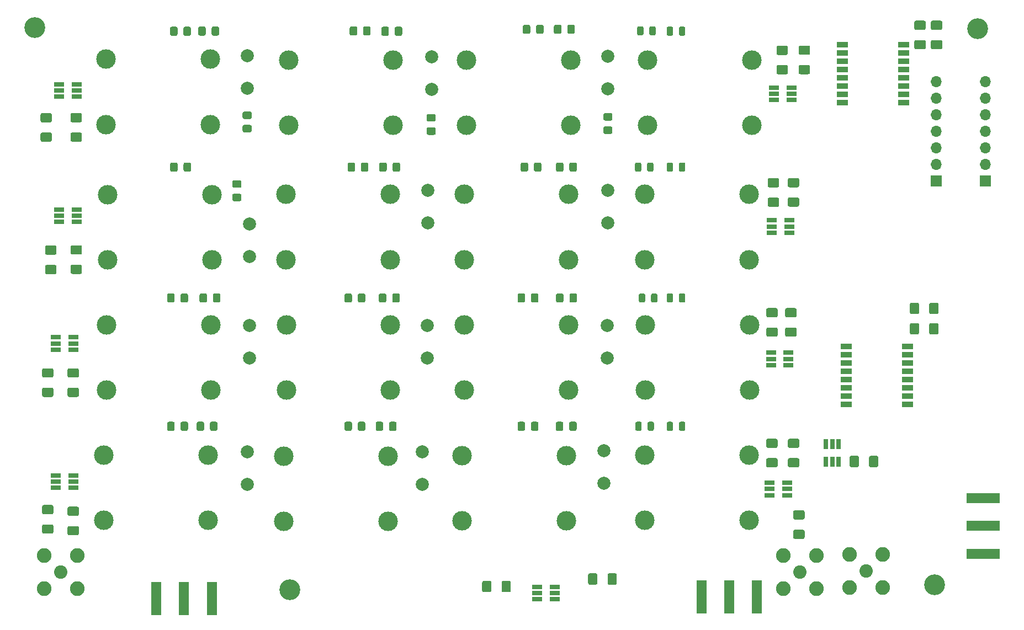
<source format=gbr>
G04 #@! TF.GenerationSoftware,KiCad,Pcbnew,(5.1.10)-1*
G04 #@! TF.CreationDate,2021-09-09T12:48:54+02:00*
G04 #@! TF.ProjectId,bandfilter,62616e64-6669-46c7-9465-722e6b696361,rev?*
G04 #@! TF.SameCoordinates,Original*
G04 #@! TF.FileFunction,Soldermask,Top*
G04 #@! TF.FilePolarity,Negative*
%FSLAX46Y46*%
G04 Gerber Fmt 4.6, Leading zero omitted, Abs format (unit mm)*
G04 Created by KiCad (PCBNEW (5.1.10)-1) date 2021-09-09 12:48:54*
%MOMM*%
%LPD*%
G01*
G04 APERTURE LIST*
%ADD10R,1.560000X0.650000*%
%ADD11R,1.700000X0.900000*%
%ADD12C,2.000000*%
%ADD13C,3.200000*%
%ADD14C,3.000000*%
%ADD15O,1.700000X1.700000*%
%ADD16R,1.700000X1.700000*%
%ADD17C,2.050000*%
%ADD18C,2.250000*%
%ADD19R,0.650000X1.560000*%
%ADD20R,1.500000X5.080000*%
%ADD21R,5.080000X1.500000*%
G04 APERTURE END LIST*
G36*
G01*
X148095000Y-109210000D02*
X148095000Y-107960000D01*
G75*
G02*
X148345000Y-107710000I250000J0D01*
G01*
X149270000Y-107710000D01*
G75*
G02*
X149520000Y-107960000I0J-250000D01*
G01*
X149520000Y-109210000D01*
G75*
G02*
X149270000Y-109460000I-250000J0D01*
G01*
X148345000Y-109460000D01*
G75*
G02*
X148095000Y-109210000I0J250000D01*
G01*
G37*
G36*
G01*
X145120000Y-109210000D02*
X145120000Y-107960000D01*
G75*
G02*
X145370000Y-107710000I250000J0D01*
G01*
X146295000Y-107710000D01*
G75*
G02*
X146545000Y-107960000I0J-250000D01*
G01*
X146545000Y-109210000D01*
G75*
G02*
X146295000Y-109460000I-250000J0D01*
G01*
X145370000Y-109460000D01*
G75*
G02*
X145120000Y-109210000I0J250000D01*
G01*
G37*
G36*
G01*
X130289000Y-109103000D02*
X130289000Y-110353000D01*
G75*
G02*
X130039000Y-110603000I-250000J0D01*
G01*
X129114000Y-110603000D01*
G75*
G02*
X128864000Y-110353000I0J250000D01*
G01*
X128864000Y-109103000D01*
G75*
G02*
X129114000Y-108853000I250000J0D01*
G01*
X130039000Y-108853000D01*
G75*
G02*
X130289000Y-109103000I0J-250000D01*
G01*
G37*
G36*
G01*
X133264000Y-109103000D02*
X133264000Y-110353000D01*
G75*
G02*
X133014000Y-110603000I-250000J0D01*
G01*
X132089000Y-110603000D01*
G75*
G02*
X131839000Y-110353000I0J250000D01*
G01*
X131839000Y-109103000D01*
G75*
G02*
X132089000Y-108853000I250000J0D01*
G01*
X133014000Y-108853000D01*
G75*
G02*
X133264000Y-109103000I0J-250000D01*
G01*
G37*
D10*
X140034000Y-110744000D03*
X140034000Y-109794000D03*
X140034000Y-111694000D03*
X137334000Y-111694000D03*
X137334000Y-110744000D03*
X137334000Y-109794000D03*
G36*
G01*
X195399500Y-25857500D02*
X196649500Y-25857500D01*
G75*
G02*
X196899500Y-26107500I0J-250000D01*
G01*
X196899500Y-27032500D01*
G75*
G02*
X196649500Y-27282500I-250000J0D01*
G01*
X195399500Y-27282500D01*
G75*
G02*
X195149500Y-27032500I0J250000D01*
G01*
X195149500Y-26107500D01*
G75*
G02*
X195399500Y-25857500I250000J0D01*
G01*
G37*
G36*
G01*
X195399500Y-22882500D02*
X196649500Y-22882500D01*
G75*
G02*
X196899500Y-23132500I0J-250000D01*
G01*
X196899500Y-24057500D01*
G75*
G02*
X196649500Y-24307500I-250000J0D01*
G01*
X195399500Y-24307500D01*
G75*
G02*
X195149500Y-24057500I0J250000D01*
G01*
X195149500Y-23132500D01*
G75*
G02*
X195399500Y-22882500I250000J0D01*
G01*
G37*
G36*
G01*
X195884500Y-69542500D02*
X195884500Y-70792500D01*
G75*
G02*
X195634500Y-71042500I-250000J0D01*
G01*
X194709500Y-71042500D01*
G75*
G02*
X194459500Y-70792500I0J250000D01*
G01*
X194459500Y-69542500D01*
G75*
G02*
X194709500Y-69292500I250000J0D01*
G01*
X195634500Y-69292500D01*
G75*
G02*
X195884500Y-69542500I0J-250000D01*
G01*
G37*
G36*
G01*
X198859500Y-69542500D02*
X198859500Y-70792500D01*
G75*
G02*
X198609500Y-71042500I-250000J0D01*
G01*
X197684500Y-71042500D01*
G75*
G02*
X197434500Y-70792500I0J250000D01*
G01*
X197434500Y-69542500D01*
G75*
G02*
X197684500Y-69292500I250000J0D01*
G01*
X198609500Y-69292500D01*
G75*
G02*
X198859500Y-69542500I0J-250000D01*
G01*
G37*
D11*
X184720500Y-72893000D03*
X184720500Y-74173000D03*
X184720500Y-75433000D03*
X184720500Y-76703000D03*
X184720500Y-77983000D03*
X184720500Y-79253000D03*
X184720500Y-80513000D03*
X184720500Y-81793000D03*
X194120500Y-81793000D03*
X194120500Y-80513000D03*
X194120500Y-79253000D03*
X194120500Y-77983000D03*
X194120500Y-76703000D03*
X194120500Y-75433000D03*
X194120500Y-74173000D03*
X194120500Y-72893000D03*
X184085500Y-26601500D03*
X184085500Y-27881500D03*
X184085500Y-29141500D03*
X184085500Y-30411500D03*
X184085500Y-31691500D03*
X184085500Y-32961500D03*
X184085500Y-34221500D03*
X184085500Y-35501500D03*
X193485500Y-35501500D03*
X193485500Y-34221500D03*
X193485500Y-32961500D03*
X193485500Y-31691500D03*
X193485500Y-30411500D03*
X193485500Y-29141500D03*
X193485500Y-27881500D03*
X193485500Y-26601500D03*
D12*
X93157040Y-54052460D03*
X93157040Y-59052460D03*
G36*
G01*
X90799499Y-49438980D02*
X91699501Y-49438980D01*
G75*
G02*
X91949500Y-49688979I0J-249999D01*
G01*
X91949500Y-50338981D01*
G75*
G02*
X91699501Y-50588980I-249999J0D01*
G01*
X90799499Y-50588980D01*
G75*
G02*
X90549500Y-50338981I0J249999D01*
G01*
X90549500Y-49688979D01*
G75*
G02*
X90799499Y-49438980I249999J0D01*
G01*
G37*
G36*
G01*
X90799499Y-47388980D02*
X91699501Y-47388980D01*
G75*
G02*
X91949500Y-47638979I0J-249999D01*
G01*
X91949500Y-48288981D01*
G75*
G02*
X91699501Y-48538980I-249999J0D01*
G01*
X90799499Y-48538980D01*
G75*
G02*
X90549500Y-48288981I0J249999D01*
G01*
X90549500Y-47638979D01*
G75*
G02*
X90799499Y-47388980I249999J0D01*
G01*
G37*
D13*
X99367340Y-110236000D03*
X60256420Y-23911560D03*
X204868780Y-24142700D03*
X198269860Y-109440980D03*
G36*
G01*
X188201600Y-91168380D02*
X188201600Y-89918380D01*
G75*
G02*
X188451600Y-89668380I250000J0D01*
G01*
X189376600Y-89668380D01*
G75*
G02*
X189626600Y-89918380I0J-250000D01*
G01*
X189626600Y-91168380D01*
G75*
G02*
X189376600Y-91418380I-250000J0D01*
G01*
X188451600Y-91418380D01*
G75*
G02*
X188201600Y-91168380I0J250000D01*
G01*
G37*
G36*
G01*
X185226600Y-91168380D02*
X185226600Y-89918380D01*
G75*
G02*
X185476600Y-89668380I250000J0D01*
G01*
X186401600Y-89668380D01*
G75*
G02*
X186651600Y-89918380I0J-250000D01*
G01*
X186651600Y-91168380D01*
G75*
G02*
X186401600Y-91418380I-250000J0D01*
G01*
X185476600Y-91418380D01*
G75*
G02*
X185226600Y-91168380I0J250000D01*
G01*
G37*
D14*
X70830440Y-99588320D03*
X86830440Y-99588320D03*
X70830440Y-89588320D03*
X86830440Y-89588320D03*
X98475800Y-99753440D03*
X114475800Y-99753440D03*
X98475800Y-89753440D03*
X114475800Y-89753440D03*
D15*
X206019400Y-32232600D03*
X206019400Y-34772600D03*
X206019400Y-37312600D03*
X206019400Y-39852600D03*
X206019400Y-42392600D03*
X206019400Y-44932600D03*
D16*
X206019400Y-47472600D03*
G36*
G01*
X197939500Y-25857500D02*
X199189500Y-25857500D01*
G75*
G02*
X199439500Y-26107500I0J-250000D01*
G01*
X199439500Y-27032500D01*
G75*
G02*
X199189500Y-27282500I-250000J0D01*
G01*
X197939500Y-27282500D01*
G75*
G02*
X197689500Y-27032500I0J250000D01*
G01*
X197689500Y-26107500D01*
G75*
G02*
X197939500Y-25857500I250000J0D01*
G01*
G37*
G36*
G01*
X197939500Y-22882500D02*
X199189500Y-22882500D01*
G75*
G02*
X199439500Y-23132500I0J-250000D01*
G01*
X199439500Y-24057500D01*
G75*
G02*
X199189500Y-24307500I-250000J0D01*
G01*
X197939500Y-24307500D01*
G75*
G02*
X197689500Y-24057500I0J250000D01*
G01*
X197689500Y-23132500D01*
G75*
G02*
X197939500Y-22882500I250000J0D01*
G01*
G37*
D10*
X176320440Y-35052040D03*
X176320440Y-34102040D03*
X176320440Y-33152040D03*
X173620440Y-33152040D03*
X173620440Y-35052040D03*
X173620440Y-34102040D03*
D16*
X198511160Y-47467520D03*
D15*
X198511160Y-44927520D03*
X198511160Y-42387520D03*
X198511160Y-39847520D03*
X198511160Y-37307520D03*
X198511160Y-34767520D03*
X198511160Y-32227520D03*
D14*
X115161600Y-28904140D03*
X99161600Y-28904140D03*
X115161600Y-38904140D03*
X99161600Y-38904140D03*
X126483840Y-38904140D03*
X142483840Y-38904140D03*
X126483840Y-28904140D03*
X142483840Y-28904140D03*
D12*
X92826840Y-33268920D03*
X92826840Y-28268920D03*
X121097040Y-33421320D03*
X121097040Y-28421320D03*
X148153120Y-33350200D03*
X148153120Y-28350200D03*
X120573800Y-53888640D03*
X120573800Y-48888640D03*
X148127720Y-48898800D03*
X148127720Y-53898800D03*
X93157040Y-74660760D03*
X93157040Y-69660760D03*
X120467120Y-69655680D03*
X120467120Y-74655680D03*
X148041360Y-69691240D03*
X148041360Y-74691240D03*
D14*
X98775520Y-59555240D03*
X114775520Y-59555240D03*
X98775520Y-49555240D03*
X114775520Y-49555240D03*
X142097760Y-49555240D03*
X126097760Y-49555240D03*
X142097760Y-59555240D03*
X126097760Y-59555240D03*
X114816160Y-69542640D03*
X98816160Y-69542640D03*
X114816160Y-79542640D03*
X98816160Y-79542640D03*
X126138400Y-79542640D03*
X142138400Y-79542640D03*
X126138400Y-69542640D03*
X142138400Y-69542640D03*
X87180960Y-28816280D03*
X71180960Y-28816280D03*
X87180960Y-38816280D03*
X71180960Y-38816280D03*
X154220640Y-38904140D03*
X170220640Y-38904140D03*
X154220640Y-28904140D03*
X170220640Y-28904140D03*
X87394320Y-49568080D03*
X71394320Y-49568080D03*
X87394320Y-59568080D03*
X71394320Y-59568080D03*
X169834560Y-49555240D03*
X153834560Y-49555240D03*
X169834560Y-59555240D03*
X153834560Y-59555240D03*
X87221600Y-69542640D03*
X71221600Y-69542640D03*
X87221600Y-79542640D03*
X71221600Y-79542640D03*
X169875200Y-69542640D03*
X153875200Y-69542640D03*
X169875200Y-79542640D03*
X153875200Y-79542640D03*
D12*
X92862400Y-89088320D03*
X92862400Y-94088320D03*
X119644160Y-94088320D03*
X119644160Y-89088320D03*
X147558760Y-88900000D03*
X147558760Y-93900000D03*
D17*
X64190880Y-107482640D03*
D18*
X66730880Y-110022640D03*
X66730880Y-104942640D03*
X61650880Y-104942640D03*
X61650880Y-110022640D03*
D17*
X187761880Y-107320080D03*
D18*
X190301880Y-109860080D03*
X190301880Y-104780080D03*
X185221880Y-104780080D03*
X185221880Y-109860080D03*
X175061880Y-110022640D03*
X175061880Y-104942640D03*
X180141880Y-104942640D03*
X180141880Y-110022640D03*
D17*
X177601880Y-107482640D03*
D14*
X141798040Y-89611200D03*
X125798040Y-89611200D03*
X141798040Y-99611200D03*
X125798040Y-99611200D03*
X153799000Y-99529920D03*
X169799000Y-99529920D03*
X153799000Y-89529920D03*
X169799000Y-89529920D03*
D10*
X63963560Y-32628800D03*
X63963560Y-33578800D03*
X63963560Y-34528800D03*
X66663560Y-34528800D03*
X66663560Y-32628800D03*
X66663560Y-33578800D03*
X63963560Y-51846440D03*
X63963560Y-52796440D03*
X63963560Y-53746440D03*
X66663560Y-53746440D03*
X66663560Y-51846440D03*
X66663560Y-52796440D03*
X66196200Y-72430640D03*
X66196200Y-71480640D03*
X66196200Y-73380640D03*
X63496200Y-73380640D03*
X63496200Y-72430640D03*
X63496200Y-71480640D03*
X63496200Y-92659160D03*
X63496200Y-93609160D03*
X63496200Y-94559160D03*
X66196200Y-94559160D03*
X66196200Y-92659160D03*
X66196200Y-93609160D03*
X173290240Y-54477920D03*
X173290240Y-55427920D03*
X173290240Y-53527920D03*
X175990240Y-53527920D03*
X175990240Y-54477920D03*
X175990240Y-55427920D03*
X173153080Y-74797920D03*
X173153080Y-75747920D03*
X173153080Y-73847920D03*
X175853080Y-73847920D03*
X175853080Y-74797920D03*
X175853080Y-75747920D03*
X172975280Y-94762320D03*
X172975280Y-95712320D03*
X172975280Y-93812320D03*
X175675280Y-93812320D03*
X175675280Y-94762320D03*
X175675280Y-95712320D03*
D19*
X181615040Y-90539560D03*
X182565040Y-90539560D03*
X183515040Y-90539560D03*
X183515040Y-87839560D03*
X181615040Y-87839560D03*
X182565040Y-87839560D03*
G36*
G01*
X80995720Y-24955921D02*
X80995720Y-24055919D01*
G75*
G02*
X81245719Y-23805920I249999J0D01*
G01*
X81895721Y-23805920D01*
G75*
G02*
X82145720Y-24055919I0J-249999D01*
G01*
X82145720Y-24955921D01*
G75*
G02*
X81895721Y-25205920I-249999J0D01*
G01*
X81245719Y-25205920D01*
G75*
G02*
X80995720Y-24955921I0J249999D01*
G01*
G37*
G36*
G01*
X83045720Y-24955921D02*
X83045720Y-24055919D01*
G75*
G02*
X83295719Y-23805920I249999J0D01*
G01*
X83945721Y-23805920D01*
G75*
G02*
X84195720Y-24055919I0J-249999D01*
G01*
X84195720Y-24955921D01*
G75*
G02*
X83945721Y-25205920I-249999J0D01*
G01*
X83295719Y-25205920D01*
G75*
G02*
X83045720Y-24955921I0J249999D01*
G01*
G37*
G36*
G01*
X81016040Y-45814401D02*
X81016040Y-44914399D01*
G75*
G02*
X81266039Y-44664400I249999J0D01*
G01*
X81916041Y-44664400D01*
G75*
G02*
X82166040Y-44914399I0J-249999D01*
G01*
X82166040Y-45814401D01*
G75*
G02*
X81916041Y-46064400I-249999J0D01*
G01*
X81266039Y-46064400D01*
G75*
G02*
X81016040Y-45814401I0J249999D01*
G01*
G37*
G36*
G01*
X83066040Y-45814401D02*
X83066040Y-44914399D01*
G75*
G02*
X83316039Y-44664400I249999J0D01*
G01*
X83966041Y-44664400D01*
G75*
G02*
X84216040Y-44914399I0J-249999D01*
G01*
X84216040Y-45814401D01*
G75*
G02*
X83966041Y-46064400I-249999J0D01*
G01*
X83316039Y-46064400D01*
G75*
G02*
X83066040Y-45814401I0J249999D01*
G01*
G37*
G36*
G01*
X80548680Y-65900721D02*
X80548680Y-65000719D01*
G75*
G02*
X80798679Y-64750720I249999J0D01*
G01*
X81448681Y-64750720D01*
G75*
G02*
X81698680Y-65000719I0J-249999D01*
G01*
X81698680Y-65900721D01*
G75*
G02*
X81448681Y-66150720I-249999J0D01*
G01*
X80798679Y-66150720D01*
G75*
G02*
X80548680Y-65900721I0J249999D01*
G01*
G37*
G36*
G01*
X82598680Y-65900721D02*
X82598680Y-65000719D01*
G75*
G02*
X82848679Y-64750720I249999J0D01*
G01*
X83498681Y-64750720D01*
G75*
G02*
X83748680Y-65000719I0J-249999D01*
G01*
X83748680Y-65900721D01*
G75*
G02*
X83498681Y-66150720I-249999J0D01*
G01*
X82848679Y-66150720D01*
G75*
G02*
X82598680Y-65900721I0J249999D01*
G01*
G37*
G36*
G01*
X86219880Y-84690799D02*
X86219880Y-85590801D01*
G75*
G02*
X85969881Y-85840800I-249999J0D01*
G01*
X85319879Y-85840800D01*
G75*
G02*
X85069880Y-85590801I0J249999D01*
G01*
X85069880Y-84690799D01*
G75*
G02*
X85319879Y-84440800I249999J0D01*
G01*
X85969881Y-84440800D01*
G75*
G02*
X86219880Y-84690799I0J-249999D01*
G01*
G37*
G36*
G01*
X88269880Y-84690799D02*
X88269880Y-85590801D01*
G75*
G02*
X88019881Y-85840800I-249999J0D01*
G01*
X87369879Y-85840800D01*
G75*
G02*
X87119880Y-85590801I0J249999D01*
G01*
X87119880Y-84690799D01*
G75*
G02*
X87369879Y-84440800I249999J0D01*
G01*
X88019881Y-84440800D01*
G75*
G02*
X88269880Y-84690799I0J-249999D01*
G01*
G37*
G36*
G01*
X86473880Y-24040679D02*
X86473880Y-24940681D01*
G75*
G02*
X86223881Y-25190680I-249999J0D01*
G01*
X85573879Y-25190680D01*
G75*
G02*
X85323880Y-24940681I0J249999D01*
G01*
X85323880Y-24040679D01*
G75*
G02*
X85573879Y-23790680I249999J0D01*
G01*
X86223881Y-23790680D01*
G75*
G02*
X86473880Y-24040679I0J-249999D01*
G01*
G37*
G36*
G01*
X88523880Y-24040679D02*
X88523880Y-24940681D01*
G75*
G02*
X88273881Y-25190680I-249999J0D01*
G01*
X87623879Y-25190680D01*
G75*
G02*
X87373880Y-24940681I0J249999D01*
G01*
X87373880Y-24040679D01*
G75*
G02*
X87623879Y-23790680I249999J0D01*
G01*
X88273881Y-23790680D01*
G75*
G02*
X88523880Y-24040679I0J-249999D01*
G01*
G37*
G36*
G01*
X88722000Y-65000719D02*
X88722000Y-65900721D01*
G75*
G02*
X88472001Y-66150720I-249999J0D01*
G01*
X87821999Y-66150720D01*
G75*
G02*
X87572000Y-65900721I0J249999D01*
G01*
X87572000Y-65000719D01*
G75*
G02*
X87821999Y-64750720I249999J0D01*
G01*
X88472001Y-64750720D01*
G75*
G02*
X88722000Y-65000719I0J-249999D01*
G01*
G37*
G36*
G01*
X86672000Y-65000719D02*
X86672000Y-65900721D01*
G75*
G02*
X86422001Y-66150720I-249999J0D01*
G01*
X85771999Y-66150720D01*
G75*
G02*
X85522000Y-65900721I0J249999D01*
G01*
X85522000Y-65000719D01*
G75*
G02*
X85771999Y-64750720I249999J0D01*
G01*
X86422001Y-64750720D01*
G75*
G02*
X86672000Y-65000719I0J-249999D01*
G01*
G37*
G36*
G01*
X80548680Y-85590801D02*
X80548680Y-84690799D01*
G75*
G02*
X80798679Y-84440800I249999J0D01*
G01*
X81448681Y-84440800D01*
G75*
G02*
X81698680Y-84690799I0J-249999D01*
G01*
X81698680Y-85590801D01*
G75*
G02*
X81448681Y-85840800I-249999J0D01*
G01*
X80798679Y-85840800D01*
G75*
G02*
X80548680Y-85590801I0J249999D01*
G01*
G37*
G36*
G01*
X82598680Y-85590801D02*
X82598680Y-84690799D01*
G75*
G02*
X82848679Y-84440800I249999J0D01*
G01*
X83498681Y-84440800D01*
G75*
G02*
X83748680Y-84690799I0J-249999D01*
G01*
X83748680Y-85590801D01*
G75*
G02*
X83498681Y-85840800I-249999J0D01*
G01*
X82848679Y-85840800D01*
G75*
G02*
X82598680Y-85590801I0J249999D01*
G01*
G37*
G36*
G01*
X92376839Y-38885280D02*
X93276841Y-38885280D01*
G75*
G02*
X93526840Y-39135279I0J-249999D01*
G01*
X93526840Y-39785281D01*
G75*
G02*
X93276841Y-40035280I-249999J0D01*
G01*
X92376839Y-40035280D01*
G75*
G02*
X92126840Y-39785281I0J249999D01*
G01*
X92126840Y-39135279D01*
G75*
G02*
X92376839Y-38885280I249999J0D01*
G01*
G37*
G36*
G01*
X92376839Y-36835280D02*
X93276841Y-36835280D01*
G75*
G02*
X93526840Y-37085279I0J-249999D01*
G01*
X93526840Y-37735281D01*
G75*
G02*
X93276841Y-37985280I-249999J0D01*
G01*
X92376839Y-37985280D01*
G75*
G02*
X92126840Y-37735281I0J249999D01*
G01*
X92126840Y-37085279D01*
G75*
G02*
X92376839Y-36835280I249999J0D01*
G01*
G37*
G36*
G01*
X113411200Y-24966081D02*
X113411200Y-24066079D01*
G75*
G02*
X113661199Y-23816080I249999J0D01*
G01*
X114311201Y-23816080D01*
G75*
G02*
X114561200Y-24066079I0J-249999D01*
G01*
X114561200Y-24966081D01*
G75*
G02*
X114311201Y-25216080I-249999J0D01*
G01*
X113661199Y-25216080D01*
G75*
G02*
X113411200Y-24966081I0J249999D01*
G01*
G37*
G36*
G01*
X115461200Y-24966081D02*
X115461200Y-24066079D01*
G75*
G02*
X115711199Y-23816080I249999J0D01*
G01*
X116361201Y-23816080D01*
G75*
G02*
X116611200Y-24066079I0J-249999D01*
G01*
X116611200Y-24966081D01*
G75*
G02*
X116361201Y-25216080I-249999J0D01*
G01*
X115711199Y-25216080D01*
G75*
G02*
X115461200Y-24966081I0J249999D01*
G01*
G37*
G36*
G01*
X111419440Y-44914399D02*
X111419440Y-45814401D01*
G75*
G02*
X111169441Y-46064400I-249999J0D01*
G01*
X110519439Y-46064400D01*
G75*
G02*
X110269440Y-45814401I0J249999D01*
G01*
X110269440Y-44914399D01*
G75*
G02*
X110519439Y-44664400I249999J0D01*
G01*
X111169441Y-44664400D01*
G75*
G02*
X111419440Y-44914399I0J-249999D01*
G01*
G37*
G36*
G01*
X109369440Y-44914399D02*
X109369440Y-45814401D01*
G75*
G02*
X109119441Y-46064400I-249999J0D01*
G01*
X108469439Y-46064400D01*
G75*
G02*
X108219440Y-45814401I0J249999D01*
G01*
X108219440Y-44914399D01*
G75*
G02*
X108469439Y-44664400I249999J0D01*
G01*
X109119441Y-44664400D01*
G75*
G02*
X109369440Y-44914399I0J-249999D01*
G01*
G37*
G36*
G01*
X110952080Y-65000719D02*
X110952080Y-65900721D01*
G75*
G02*
X110702081Y-66150720I-249999J0D01*
G01*
X110052079Y-66150720D01*
G75*
G02*
X109802080Y-65900721I0J249999D01*
G01*
X109802080Y-65000719D01*
G75*
G02*
X110052079Y-64750720I249999J0D01*
G01*
X110702081Y-64750720D01*
G75*
G02*
X110952080Y-65000719I0J-249999D01*
G01*
G37*
G36*
G01*
X108902080Y-65000719D02*
X108902080Y-65900721D01*
G75*
G02*
X108652081Y-66150720I-249999J0D01*
G01*
X108002079Y-66150720D01*
G75*
G02*
X107752080Y-65900721I0J249999D01*
G01*
X107752080Y-65000719D01*
G75*
G02*
X108002079Y-64750720I249999J0D01*
G01*
X108652081Y-64750720D01*
G75*
G02*
X108902080Y-65000719I0J-249999D01*
G01*
G37*
G36*
G01*
X108902080Y-84690799D02*
X108902080Y-85590801D01*
G75*
G02*
X108652081Y-85840800I-249999J0D01*
G01*
X108002079Y-85840800D01*
G75*
G02*
X107752080Y-85590801I0J249999D01*
G01*
X107752080Y-84690799D01*
G75*
G02*
X108002079Y-84440800I249999J0D01*
G01*
X108652081Y-84440800D01*
G75*
G02*
X108902080Y-84690799I0J-249999D01*
G01*
G37*
G36*
G01*
X110952080Y-84690799D02*
X110952080Y-85590801D01*
G75*
G02*
X110702081Y-85840800I-249999J0D01*
G01*
X110052079Y-85840800D01*
G75*
G02*
X109802080Y-85590801I0J249999D01*
G01*
X109802080Y-84690799D01*
G75*
G02*
X110052079Y-84440800I249999J0D01*
G01*
X110702081Y-84440800D01*
G75*
G02*
X110952080Y-84690799I0J-249999D01*
G01*
G37*
G36*
G01*
X114231000Y-44914399D02*
X114231000Y-45814401D01*
G75*
G02*
X113981001Y-46064400I-249999J0D01*
G01*
X113330999Y-46064400D01*
G75*
G02*
X113081000Y-45814401I0J249999D01*
G01*
X113081000Y-44914399D01*
G75*
G02*
X113330999Y-44664400I249999J0D01*
G01*
X113981001Y-44664400D01*
G75*
G02*
X114231000Y-44914399I0J-249999D01*
G01*
G37*
G36*
G01*
X116281000Y-44914399D02*
X116281000Y-45814401D01*
G75*
G02*
X116031001Y-46064400I-249999J0D01*
G01*
X115380999Y-46064400D01*
G75*
G02*
X115131000Y-45814401I0J249999D01*
G01*
X115131000Y-44914399D01*
G75*
G02*
X115380999Y-44664400I249999J0D01*
G01*
X116031001Y-44664400D01*
G75*
G02*
X116281000Y-44914399I0J-249999D01*
G01*
G37*
G36*
G01*
X114175120Y-65000719D02*
X114175120Y-65900721D01*
G75*
G02*
X113925121Y-66150720I-249999J0D01*
G01*
X113275119Y-66150720D01*
G75*
G02*
X113025120Y-65900721I0J249999D01*
G01*
X113025120Y-65000719D01*
G75*
G02*
X113275119Y-64750720I249999J0D01*
G01*
X113925121Y-64750720D01*
G75*
G02*
X114175120Y-65000719I0J-249999D01*
G01*
G37*
G36*
G01*
X116225120Y-65000719D02*
X116225120Y-65900721D01*
G75*
G02*
X115975121Y-66150720I-249999J0D01*
G01*
X115325119Y-66150720D01*
G75*
G02*
X115075120Y-65900721I0J249999D01*
G01*
X115075120Y-65000719D01*
G75*
G02*
X115325119Y-64750720I249999J0D01*
G01*
X115975121Y-64750720D01*
G75*
G02*
X116225120Y-65000719I0J-249999D01*
G01*
G37*
G36*
G01*
X115737440Y-84690799D02*
X115737440Y-85590801D01*
G75*
G02*
X115487441Y-85840800I-249999J0D01*
G01*
X114837439Y-85840800D01*
G75*
G02*
X114587440Y-85590801I0J249999D01*
G01*
X114587440Y-84690799D01*
G75*
G02*
X114837439Y-84440800I249999J0D01*
G01*
X115487441Y-84440800D01*
G75*
G02*
X115737440Y-84690799I0J-249999D01*
G01*
G37*
G36*
G01*
X113687440Y-84690799D02*
X113687440Y-85590801D01*
G75*
G02*
X113437441Y-85840800I-249999J0D01*
G01*
X112787439Y-85840800D01*
G75*
G02*
X112537440Y-85590801I0J249999D01*
G01*
X112537440Y-84690799D01*
G75*
G02*
X112787439Y-84440800I249999J0D01*
G01*
X113437441Y-84440800D01*
G75*
G02*
X113687440Y-84690799I0J-249999D01*
G01*
G37*
G36*
G01*
X109699640Y-24015279D02*
X109699640Y-24915281D01*
G75*
G02*
X109449641Y-25165280I-249999J0D01*
G01*
X108799639Y-25165280D01*
G75*
G02*
X108549640Y-24915281I0J249999D01*
G01*
X108549640Y-24015279D01*
G75*
G02*
X108799639Y-23765280I249999J0D01*
G01*
X109449641Y-23765280D01*
G75*
G02*
X109699640Y-24015279I0J-249999D01*
G01*
G37*
G36*
G01*
X111749640Y-24015279D02*
X111749640Y-24915281D01*
G75*
G02*
X111499641Y-25165280I-249999J0D01*
G01*
X110849639Y-25165280D01*
G75*
G02*
X110599640Y-24915281I0J249999D01*
G01*
X110599640Y-24015279D01*
G75*
G02*
X110849639Y-23765280I249999J0D01*
G01*
X111499641Y-23765280D01*
G75*
G02*
X111749640Y-24015279I0J-249999D01*
G01*
G37*
G36*
G01*
X120596239Y-37216280D02*
X121496241Y-37216280D01*
G75*
G02*
X121746240Y-37466279I0J-249999D01*
G01*
X121746240Y-38116281D01*
G75*
G02*
X121496241Y-38366280I-249999J0D01*
G01*
X120596239Y-38366280D01*
G75*
G02*
X120346240Y-38116281I0J249999D01*
G01*
X120346240Y-37466279D01*
G75*
G02*
X120596239Y-37216280I249999J0D01*
G01*
G37*
G36*
G01*
X120596239Y-39266280D02*
X121496241Y-39266280D01*
G75*
G02*
X121746240Y-39516279I0J-249999D01*
G01*
X121746240Y-40166281D01*
G75*
G02*
X121496241Y-40416280I-249999J0D01*
G01*
X120596239Y-40416280D01*
G75*
G02*
X120346240Y-40166281I0J249999D01*
G01*
X120346240Y-39516279D01*
G75*
G02*
X120596239Y-39266280I249999J0D01*
G01*
G37*
G36*
G01*
X137147720Y-24666361D02*
X137147720Y-23766359D01*
G75*
G02*
X137397719Y-23516360I249999J0D01*
G01*
X138047721Y-23516360D01*
G75*
G02*
X138297720Y-23766359I0J-249999D01*
G01*
X138297720Y-24666361D01*
G75*
G02*
X138047721Y-24916360I-249999J0D01*
G01*
X137397719Y-24916360D01*
G75*
G02*
X137147720Y-24666361I0J249999D01*
G01*
G37*
G36*
G01*
X135097720Y-24666361D02*
X135097720Y-23766359D01*
G75*
G02*
X135347719Y-23516360I249999J0D01*
G01*
X135997721Y-23516360D01*
G75*
G02*
X136247720Y-23766359I0J-249999D01*
G01*
X136247720Y-24666361D01*
G75*
G02*
X135997721Y-24916360I-249999J0D01*
G01*
X135347719Y-24916360D01*
G75*
G02*
X135097720Y-24666361I0J249999D01*
G01*
G37*
G36*
G01*
X136817520Y-45814401D02*
X136817520Y-44914399D01*
G75*
G02*
X137067519Y-44664400I249999J0D01*
G01*
X137717521Y-44664400D01*
G75*
G02*
X137967520Y-44914399I0J-249999D01*
G01*
X137967520Y-45814401D01*
G75*
G02*
X137717521Y-46064400I-249999J0D01*
G01*
X137067519Y-46064400D01*
G75*
G02*
X136817520Y-45814401I0J249999D01*
G01*
G37*
G36*
G01*
X134767520Y-45814401D02*
X134767520Y-44914399D01*
G75*
G02*
X135017519Y-44664400I249999J0D01*
G01*
X135667521Y-44664400D01*
G75*
G02*
X135917520Y-44914399I0J-249999D01*
G01*
X135917520Y-45814401D01*
G75*
G02*
X135667521Y-46064400I-249999J0D01*
G01*
X135017519Y-46064400D01*
G75*
G02*
X134767520Y-45814401I0J249999D01*
G01*
G37*
G36*
G01*
X134300160Y-65900721D02*
X134300160Y-65000719D01*
G75*
G02*
X134550159Y-64750720I249999J0D01*
G01*
X135200161Y-64750720D01*
G75*
G02*
X135450160Y-65000719I0J-249999D01*
G01*
X135450160Y-65900721D01*
G75*
G02*
X135200161Y-66150720I-249999J0D01*
G01*
X134550159Y-66150720D01*
G75*
G02*
X134300160Y-65900721I0J249999D01*
G01*
G37*
G36*
G01*
X136350160Y-65900721D02*
X136350160Y-65000719D01*
G75*
G02*
X136600159Y-64750720I249999J0D01*
G01*
X137250161Y-64750720D01*
G75*
G02*
X137500160Y-65000719I0J-249999D01*
G01*
X137500160Y-65900721D01*
G75*
G02*
X137250161Y-66150720I-249999J0D01*
G01*
X136600159Y-66150720D01*
G75*
G02*
X136350160Y-65900721I0J249999D01*
G01*
G37*
G36*
G01*
X143357400Y-84690799D02*
X143357400Y-85590801D01*
G75*
G02*
X143107401Y-85840800I-249999J0D01*
G01*
X142457399Y-85840800D01*
G75*
G02*
X142207400Y-85590801I0J249999D01*
G01*
X142207400Y-84690799D01*
G75*
G02*
X142457399Y-84440800I249999J0D01*
G01*
X143107401Y-84440800D01*
G75*
G02*
X143357400Y-84690799I0J-249999D01*
G01*
G37*
G36*
G01*
X141307400Y-84690799D02*
X141307400Y-85590801D01*
G75*
G02*
X141057401Y-85840800I-249999J0D01*
G01*
X140407399Y-85840800D01*
G75*
G02*
X140157400Y-85590801I0J249999D01*
G01*
X140157400Y-84690799D01*
G75*
G02*
X140407399Y-84440800I249999J0D01*
G01*
X141057401Y-84440800D01*
G75*
G02*
X141307400Y-84690799I0J-249999D01*
G01*
G37*
G36*
G01*
X143078000Y-23766359D02*
X143078000Y-24666361D01*
G75*
G02*
X142828001Y-24916360I-249999J0D01*
G01*
X142177999Y-24916360D01*
G75*
G02*
X141928000Y-24666361I0J249999D01*
G01*
X141928000Y-23766359D01*
G75*
G02*
X142177999Y-23516360I249999J0D01*
G01*
X142828001Y-23516360D01*
G75*
G02*
X143078000Y-23766359I0J-249999D01*
G01*
G37*
G36*
G01*
X141028000Y-23766359D02*
X141028000Y-24666361D01*
G75*
G02*
X140778001Y-24916360I-249999J0D01*
G01*
X140127999Y-24916360D01*
G75*
G02*
X139878000Y-24666361I0J249999D01*
G01*
X139878000Y-23766359D01*
G75*
G02*
X140127999Y-23516360I249999J0D01*
G01*
X140778001Y-23516360D01*
G75*
G02*
X141028000Y-23766359I0J-249999D01*
G01*
G37*
G36*
G01*
X143392960Y-44914399D02*
X143392960Y-45814401D01*
G75*
G02*
X143142961Y-46064400I-249999J0D01*
G01*
X142492959Y-46064400D01*
G75*
G02*
X142242960Y-45814401I0J249999D01*
G01*
X142242960Y-44914399D01*
G75*
G02*
X142492959Y-44664400I249999J0D01*
G01*
X143142961Y-44664400D01*
G75*
G02*
X143392960Y-44914399I0J-249999D01*
G01*
G37*
G36*
G01*
X141342960Y-44914399D02*
X141342960Y-45814401D01*
G75*
G02*
X141092961Y-46064400I-249999J0D01*
G01*
X140442959Y-46064400D01*
G75*
G02*
X140192960Y-45814401I0J249999D01*
G01*
X140192960Y-44914399D01*
G75*
G02*
X140442959Y-44664400I249999J0D01*
G01*
X141092961Y-44664400D01*
G75*
G02*
X141342960Y-44914399I0J-249999D01*
G01*
G37*
G36*
G01*
X141353120Y-65000719D02*
X141353120Y-65900721D01*
G75*
G02*
X141103121Y-66150720I-249999J0D01*
G01*
X140453119Y-66150720D01*
G75*
G02*
X140203120Y-65900721I0J249999D01*
G01*
X140203120Y-65000719D01*
G75*
G02*
X140453119Y-64750720I249999J0D01*
G01*
X141103121Y-64750720D01*
G75*
G02*
X141353120Y-65000719I0J-249999D01*
G01*
G37*
G36*
G01*
X143403120Y-65000719D02*
X143403120Y-65900721D01*
G75*
G02*
X143153121Y-66150720I-249999J0D01*
G01*
X142503119Y-66150720D01*
G75*
G02*
X142253120Y-65900721I0J249999D01*
G01*
X142253120Y-65000719D01*
G75*
G02*
X142503119Y-64750720I249999J0D01*
G01*
X143153121Y-64750720D01*
G75*
G02*
X143403120Y-65000719I0J-249999D01*
G01*
G37*
G36*
G01*
X136350160Y-85590801D02*
X136350160Y-84690799D01*
G75*
G02*
X136600159Y-84440800I249999J0D01*
G01*
X137250161Y-84440800D01*
G75*
G02*
X137500160Y-84690799I0J-249999D01*
G01*
X137500160Y-85590801D01*
G75*
G02*
X137250161Y-85840800I-249999J0D01*
G01*
X136600159Y-85840800D01*
G75*
G02*
X136350160Y-85590801I0J249999D01*
G01*
G37*
G36*
G01*
X134300160Y-85590801D02*
X134300160Y-84690799D01*
G75*
G02*
X134550159Y-84440800I249999J0D01*
G01*
X135200161Y-84440800D01*
G75*
G02*
X135450160Y-84690799I0J-249999D01*
G01*
X135450160Y-85590801D01*
G75*
G02*
X135200161Y-85840800I-249999J0D01*
G01*
X134550159Y-85840800D01*
G75*
G02*
X134300160Y-85590801I0J249999D01*
G01*
G37*
G36*
G01*
X147703119Y-39122880D02*
X148603121Y-39122880D01*
G75*
G02*
X148853120Y-39372879I0J-249999D01*
G01*
X148853120Y-40022881D01*
G75*
G02*
X148603121Y-40272880I-249999J0D01*
G01*
X147703119Y-40272880D01*
G75*
G02*
X147453120Y-40022881I0J249999D01*
G01*
X147453120Y-39372879D01*
G75*
G02*
X147703119Y-39122880I249999J0D01*
G01*
G37*
G36*
G01*
X147703119Y-37072880D02*
X148603121Y-37072880D01*
G75*
G02*
X148853120Y-37322879I0J-249999D01*
G01*
X148853120Y-37972881D01*
G75*
G02*
X148603121Y-38222880I-249999J0D01*
G01*
X147703119Y-38222880D01*
G75*
G02*
X147453120Y-37972881I0J249999D01*
G01*
X147453120Y-37322879D01*
G75*
G02*
X147703119Y-37072880I249999J0D01*
G01*
G37*
G36*
G01*
X152636160Y-24906290D02*
X152636160Y-23993790D01*
G75*
G02*
X152879910Y-23750040I243750J0D01*
G01*
X153367410Y-23750040D01*
G75*
G02*
X153611160Y-23993790I0J-243750D01*
G01*
X153611160Y-24906290D01*
G75*
G02*
X153367410Y-25150040I-243750J0D01*
G01*
X152879910Y-25150040D01*
G75*
G02*
X152636160Y-24906290I0J243750D01*
G01*
G37*
G36*
G01*
X154511160Y-24906290D02*
X154511160Y-23993790D01*
G75*
G02*
X154754910Y-23750040I243750J0D01*
G01*
X155242410Y-23750040D01*
G75*
G02*
X155486160Y-23993790I0J-243750D01*
G01*
X155486160Y-24906290D01*
G75*
G02*
X155242410Y-25150040I-243750J0D01*
G01*
X154754910Y-25150040D01*
G75*
G02*
X154511160Y-24906290I0J243750D01*
G01*
G37*
G36*
G01*
X154180960Y-45820650D02*
X154180960Y-44908150D01*
G75*
G02*
X154424710Y-44664400I243750J0D01*
G01*
X154912210Y-44664400D01*
G75*
G02*
X155155960Y-44908150I0J-243750D01*
G01*
X155155960Y-45820650D01*
G75*
G02*
X154912210Y-46064400I-243750J0D01*
G01*
X154424710Y-46064400D01*
G75*
G02*
X154180960Y-45820650I0J243750D01*
G01*
G37*
G36*
G01*
X152305960Y-45820650D02*
X152305960Y-44908150D01*
G75*
G02*
X152549710Y-44664400I243750J0D01*
G01*
X153037210Y-44664400D01*
G75*
G02*
X153280960Y-44908150I0J-243750D01*
G01*
X153280960Y-45820650D01*
G75*
G02*
X153037210Y-46064400I-243750J0D01*
G01*
X152549710Y-46064400D01*
G75*
G02*
X152305960Y-45820650I0J243750D01*
G01*
G37*
G36*
G01*
X160022600Y-64994470D02*
X160022600Y-65906970D01*
G75*
G02*
X159778850Y-66150720I-243750J0D01*
G01*
X159291350Y-66150720D01*
G75*
G02*
X159047600Y-65906970I0J243750D01*
G01*
X159047600Y-64994470D01*
G75*
G02*
X159291350Y-64750720I243750J0D01*
G01*
X159778850Y-64750720D01*
G75*
G02*
X160022600Y-64994470I0J-243750D01*
G01*
G37*
G36*
G01*
X158147600Y-64994470D02*
X158147600Y-65906970D01*
G75*
G02*
X157903850Y-66150720I-243750J0D01*
G01*
X157416350Y-66150720D01*
G75*
G02*
X157172600Y-65906970I0J243750D01*
G01*
X157172600Y-64994470D01*
G75*
G02*
X157416350Y-64750720I243750J0D01*
G01*
X157903850Y-64750720D01*
G75*
G02*
X158147600Y-64994470I0J-243750D01*
G01*
G37*
G36*
G01*
X152356760Y-85597050D02*
X152356760Y-84684550D01*
G75*
G02*
X152600510Y-84440800I243750J0D01*
G01*
X153088010Y-84440800D01*
G75*
G02*
X153331760Y-84684550I0J-243750D01*
G01*
X153331760Y-85597050D01*
G75*
G02*
X153088010Y-85840800I-243750J0D01*
G01*
X152600510Y-85840800D01*
G75*
G02*
X152356760Y-85597050I0J243750D01*
G01*
G37*
G36*
G01*
X154231760Y-85597050D02*
X154231760Y-84684550D01*
G75*
G02*
X154475510Y-84440800I243750J0D01*
G01*
X154963010Y-84440800D01*
G75*
G02*
X155206760Y-84684550I0J-243750D01*
G01*
X155206760Y-85597050D01*
G75*
G02*
X154963010Y-85840800I-243750J0D01*
G01*
X154475510Y-85840800D01*
G75*
G02*
X154231760Y-85597050I0J243750D01*
G01*
G37*
G36*
G01*
X158147600Y-24044590D02*
X158147600Y-24957090D01*
G75*
G02*
X157903850Y-25200840I-243750J0D01*
G01*
X157416350Y-25200840D01*
G75*
G02*
X157172600Y-24957090I0J243750D01*
G01*
X157172600Y-24044590D01*
G75*
G02*
X157416350Y-23800840I243750J0D01*
G01*
X157903850Y-23800840D01*
G75*
G02*
X158147600Y-24044590I0J-243750D01*
G01*
G37*
G36*
G01*
X160022600Y-24044590D02*
X160022600Y-24957090D01*
G75*
G02*
X159778850Y-25200840I-243750J0D01*
G01*
X159291350Y-25200840D01*
G75*
G02*
X159047600Y-24957090I0J243750D01*
G01*
X159047600Y-24044590D01*
G75*
G02*
X159291350Y-23800840I243750J0D01*
G01*
X159778850Y-23800840D01*
G75*
G02*
X160022600Y-24044590I0J-243750D01*
G01*
G37*
G36*
G01*
X160022600Y-44908150D02*
X160022600Y-45820650D01*
G75*
G02*
X159778850Y-46064400I-243750J0D01*
G01*
X159291350Y-46064400D01*
G75*
G02*
X159047600Y-45820650I0J243750D01*
G01*
X159047600Y-44908150D01*
G75*
G02*
X159291350Y-44664400I243750J0D01*
G01*
X159778850Y-44664400D01*
G75*
G02*
X160022600Y-44908150I0J-243750D01*
G01*
G37*
G36*
G01*
X158147600Y-44908150D02*
X158147600Y-45820650D01*
G75*
G02*
X157903850Y-46064400I-243750J0D01*
G01*
X157416350Y-46064400D01*
G75*
G02*
X157172600Y-45820650I0J243750D01*
G01*
X157172600Y-44908150D01*
G75*
G02*
X157416350Y-44664400I243750J0D01*
G01*
X157903850Y-44664400D01*
G75*
G02*
X158147600Y-44908150I0J-243750D01*
G01*
G37*
G36*
G01*
X154770240Y-65906970D02*
X154770240Y-64994470D01*
G75*
G02*
X155013990Y-64750720I243750J0D01*
G01*
X155501490Y-64750720D01*
G75*
G02*
X155745240Y-64994470I0J-243750D01*
G01*
X155745240Y-65906970D01*
G75*
G02*
X155501490Y-66150720I-243750J0D01*
G01*
X155013990Y-66150720D01*
G75*
G02*
X154770240Y-65906970I0J243750D01*
G01*
G37*
G36*
G01*
X152895240Y-65906970D02*
X152895240Y-64994470D01*
G75*
G02*
X153138990Y-64750720I243750J0D01*
G01*
X153626490Y-64750720D01*
G75*
G02*
X153870240Y-64994470I0J-243750D01*
G01*
X153870240Y-65906970D01*
G75*
G02*
X153626490Y-66150720I-243750J0D01*
G01*
X153138990Y-66150720D01*
G75*
G02*
X152895240Y-65906970I0J243750D01*
G01*
G37*
G36*
G01*
X158147600Y-84684550D02*
X158147600Y-85597050D01*
G75*
G02*
X157903850Y-85840800I-243750J0D01*
G01*
X157416350Y-85840800D01*
G75*
G02*
X157172600Y-85597050I0J243750D01*
G01*
X157172600Y-84684550D01*
G75*
G02*
X157416350Y-84440800I243750J0D01*
G01*
X157903850Y-84440800D01*
G75*
G02*
X158147600Y-84684550I0J-243750D01*
G01*
G37*
G36*
G01*
X160022600Y-84684550D02*
X160022600Y-85597050D01*
G75*
G02*
X159778850Y-85840800I-243750J0D01*
G01*
X159291350Y-85840800D01*
G75*
G02*
X159047600Y-85597050I0J243750D01*
G01*
X159047600Y-84684550D01*
G75*
G02*
X159291350Y-84440800I243750J0D01*
G01*
X159778850Y-84440800D01*
G75*
G02*
X160022600Y-84684550I0J-243750D01*
G01*
G37*
G36*
G01*
X62631480Y-38503560D02*
X61381480Y-38503560D01*
G75*
G02*
X61131480Y-38253560I0J250000D01*
G01*
X61131480Y-37328560D01*
G75*
G02*
X61381480Y-37078560I250000J0D01*
G01*
X62631480Y-37078560D01*
G75*
G02*
X62881480Y-37328560I0J-250000D01*
G01*
X62881480Y-38253560D01*
G75*
G02*
X62631480Y-38503560I-250000J0D01*
G01*
G37*
G36*
G01*
X62631480Y-41478560D02*
X61381480Y-41478560D01*
G75*
G02*
X61131480Y-41228560I0J250000D01*
G01*
X61131480Y-40303560D01*
G75*
G02*
X61381480Y-40053560I250000J0D01*
G01*
X62631480Y-40053560D01*
G75*
G02*
X62881480Y-40303560I0J-250000D01*
G01*
X62881480Y-41228560D01*
G75*
G02*
X62631480Y-41478560I-250000J0D01*
G01*
G37*
G36*
G01*
X63332520Y-61793480D02*
X62082520Y-61793480D01*
G75*
G02*
X61832520Y-61543480I0J250000D01*
G01*
X61832520Y-60618480D01*
G75*
G02*
X62082520Y-60368480I250000J0D01*
G01*
X63332520Y-60368480D01*
G75*
G02*
X63582520Y-60618480I0J-250000D01*
G01*
X63582520Y-61543480D01*
G75*
G02*
X63332520Y-61793480I-250000J0D01*
G01*
G37*
G36*
G01*
X63332520Y-58818480D02*
X62082520Y-58818480D01*
G75*
G02*
X61832520Y-58568480I0J250000D01*
G01*
X61832520Y-57643480D01*
G75*
G02*
X62082520Y-57393480I250000J0D01*
G01*
X63332520Y-57393480D01*
G75*
G02*
X63582520Y-57643480I0J-250000D01*
G01*
X63582520Y-58568480D01*
G75*
G02*
X63332520Y-58818480I-250000J0D01*
G01*
G37*
G36*
G01*
X62865160Y-77666720D02*
X61615160Y-77666720D01*
G75*
G02*
X61365160Y-77416720I0J250000D01*
G01*
X61365160Y-76491720D01*
G75*
G02*
X61615160Y-76241720I250000J0D01*
G01*
X62865160Y-76241720D01*
G75*
G02*
X63115160Y-76491720I0J-250000D01*
G01*
X63115160Y-77416720D01*
G75*
G02*
X62865160Y-77666720I-250000J0D01*
G01*
G37*
G36*
G01*
X62865160Y-80641720D02*
X61615160Y-80641720D01*
G75*
G02*
X61365160Y-80391720I0J250000D01*
G01*
X61365160Y-79466720D01*
G75*
G02*
X61615160Y-79216720I250000J0D01*
G01*
X62865160Y-79216720D01*
G75*
G02*
X63115160Y-79466720I0J-250000D01*
G01*
X63115160Y-80391720D01*
G75*
G02*
X62865160Y-80641720I-250000J0D01*
G01*
G37*
G36*
G01*
X62865160Y-101625760D02*
X61615160Y-101625760D01*
G75*
G02*
X61365160Y-101375760I0J250000D01*
G01*
X61365160Y-100450760D01*
G75*
G02*
X61615160Y-100200760I250000J0D01*
G01*
X62865160Y-100200760D01*
G75*
G02*
X63115160Y-100450760I0J-250000D01*
G01*
X63115160Y-101375760D01*
G75*
G02*
X62865160Y-101625760I-250000J0D01*
G01*
G37*
G36*
G01*
X62865160Y-98650760D02*
X61615160Y-98650760D01*
G75*
G02*
X61365160Y-98400760I0J250000D01*
G01*
X61365160Y-97475760D01*
G75*
G02*
X61615160Y-97225760I250000J0D01*
G01*
X62865160Y-97225760D01*
G75*
G02*
X63115160Y-97475760I0J-250000D01*
G01*
X63115160Y-98400760D01*
G75*
G02*
X62865160Y-98650760I-250000J0D01*
G01*
G37*
G36*
G01*
X65983960Y-37068400D02*
X67233960Y-37068400D01*
G75*
G02*
X67483960Y-37318400I0J-250000D01*
G01*
X67483960Y-38243400D01*
G75*
G02*
X67233960Y-38493400I-250000J0D01*
G01*
X65983960Y-38493400D01*
G75*
G02*
X65733960Y-38243400I0J250000D01*
G01*
X65733960Y-37318400D01*
G75*
G02*
X65983960Y-37068400I250000J0D01*
G01*
G37*
G36*
G01*
X65983960Y-40043400D02*
X67233960Y-40043400D01*
G75*
G02*
X67483960Y-40293400I0J-250000D01*
G01*
X67483960Y-41218400D01*
G75*
G02*
X67233960Y-41468400I-250000J0D01*
G01*
X65983960Y-41468400D01*
G75*
G02*
X65733960Y-41218400I0J250000D01*
G01*
X65733960Y-40293400D01*
G75*
G02*
X65983960Y-40043400I250000J0D01*
G01*
G37*
G36*
G01*
X65983960Y-60332920D02*
X67233960Y-60332920D01*
G75*
G02*
X67483960Y-60582920I0J-250000D01*
G01*
X67483960Y-61507920D01*
G75*
G02*
X67233960Y-61757920I-250000J0D01*
G01*
X65983960Y-61757920D01*
G75*
G02*
X65733960Y-61507920I0J250000D01*
G01*
X65733960Y-60582920D01*
G75*
G02*
X65983960Y-60332920I250000J0D01*
G01*
G37*
G36*
G01*
X65983960Y-57357920D02*
X67233960Y-57357920D01*
G75*
G02*
X67483960Y-57607920I0J-250000D01*
G01*
X67483960Y-58532920D01*
G75*
G02*
X67233960Y-58782920I-250000J0D01*
G01*
X65983960Y-58782920D01*
G75*
G02*
X65733960Y-58532920I0J250000D01*
G01*
X65733960Y-57607920D01*
G75*
G02*
X65983960Y-57357920I250000J0D01*
G01*
G37*
G36*
G01*
X65516600Y-79216720D02*
X66766600Y-79216720D01*
G75*
G02*
X67016600Y-79466720I0J-250000D01*
G01*
X67016600Y-80391720D01*
G75*
G02*
X66766600Y-80641720I-250000J0D01*
G01*
X65516600Y-80641720D01*
G75*
G02*
X65266600Y-80391720I0J250000D01*
G01*
X65266600Y-79466720D01*
G75*
G02*
X65516600Y-79216720I250000J0D01*
G01*
G37*
G36*
G01*
X65516600Y-76241720D02*
X66766600Y-76241720D01*
G75*
G02*
X67016600Y-76491720I0J-250000D01*
G01*
X67016600Y-77416720D01*
G75*
G02*
X66766600Y-77666720I-250000J0D01*
G01*
X65516600Y-77666720D01*
G75*
G02*
X65266600Y-77416720I0J250000D01*
G01*
X65266600Y-76491720D01*
G75*
G02*
X65516600Y-76241720I250000J0D01*
G01*
G37*
G36*
G01*
X65516600Y-100444600D02*
X66766600Y-100444600D01*
G75*
G02*
X67016600Y-100694600I0J-250000D01*
G01*
X67016600Y-101619600D01*
G75*
G02*
X66766600Y-101869600I-250000J0D01*
G01*
X65516600Y-101869600D01*
G75*
G02*
X65266600Y-101619600I0J250000D01*
G01*
X65266600Y-100694600D01*
G75*
G02*
X65516600Y-100444600I250000J0D01*
G01*
G37*
G36*
G01*
X65516600Y-97469600D02*
X66766600Y-97469600D01*
G75*
G02*
X67016600Y-97719600I0J-250000D01*
G01*
X67016600Y-98644600D01*
G75*
G02*
X66766600Y-98894600I-250000J0D01*
G01*
X65516600Y-98894600D01*
G75*
G02*
X65266600Y-98644600I0J250000D01*
G01*
X65266600Y-97719600D01*
G75*
G02*
X65516600Y-97469600I250000J0D01*
G01*
G37*
G36*
G01*
X176819400Y-98033480D02*
X178069400Y-98033480D01*
G75*
G02*
X178319400Y-98283480I0J-250000D01*
G01*
X178319400Y-99208480D01*
G75*
G02*
X178069400Y-99458480I-250000J0D01*
G01*
X176819400Y-99458480D01*
G75*
G02*
X176569400Y-99208480I0J250000D01*
G01*
X176569400Y-98283480D01*
G75*
G02*
X176819400Y-98033480I250000J0D01*
G01*
G37*
G36*
G01*
X176819400Y-101008480D02*
X178069400Y-101008480D01*
G75*
G02*
X178319400Y-101258480I0J-250000D01*
G01*
X178319400Y-102183480D01*
G75*
G02*
X178069400Y-102433480I-250000J0D01*
G01*
X176819400Y-102433480D01*
G75*
G02*
X176569400Y-102183480I0J250000D01*
G01*
X176569400Y-101258480D01*
G75*
G02*
X176819400Y-101008480I250000J0D01*
G01*
G37*
G36*
G01*
X177652520Y-26705200D02*
X178902520Y-26705200D01*
G75*
G02*
X179152520Y-26955200I0J-250000D01*
G01*
X179152520Y-27880200D01*
G75*
G02*
X178902520Y-28130200I-250000J0D01*
G01*
X177652520Y-28130200D01*
G75*
G02*
X177402520Y-27880200I0J250000D01*
G01*
X177402520Y-26955200D01*
G75*
G02*
X177652520Y-26705200I250000J0D01*
G01*
G37*
G36*
G01*
X177652520Y-29680200D02*
X178902520Y-29680200D01*
G75*
G02*
X179152520Y-29930200I0J-250000D01*
G01*
X179152520Y-30855200D01*
G75*
G02*
X178902520Y-31105200I-250000J0D01*
G01*
X177652520Y-31105200D01*
G75*
G02*
X177402520Y-30855200I0J250000D01*
G01*
X177402520Y-29930200D01*
G75*
G02*
X177652520Y-29680200I250000J0D01*
G01*
G37*
G36*
G01*
X175991360Y-50010360D02*
X177241360Y-50010360D01*
G75*
G02*
X177491360Y-50260360I0J-250000D01*
G01*
X177491360Y-51185360D01*
G75*
G02*
X177241360Y-51435360I-250000J0D01*
G01*
X175991360Y-51435360D01*
G75*
G02*
X175741360Y-51185360I0J250000D01*
G01*
X175741360Y-50260360D01*
G75*
G02*
X175991360Y-50010360I250000J0D01*
G01*
G37*
G36*
G01*
X175991360Y-47035360D02*
X177241360Y-47035360D01*
G75*
G02*
X177491360Y-47285360I0J-250000D01*
G01*
X177491360Y-48210360D01*
G75*
G02*
X177241360Y-48460360I-250000J0D01*
G01*
X175991360Y-48460360D01*
G75*
G02*
X175741360Y-48210360I0J250000D01*
G01*
X175741360Y-47285360D01*
G75*
G02*
X175991360Y-47035360I250000J0D01*
G01*
G37*
G36*
G01*
X175595120Y-66999760D02*
X176845120Y-66999760D01*
G75*
G02*
X177095120Y-67249760I0J-250000D01*
G01*
X177095120Y-68174760D01*
G75*
G02*
X176845120Y-68424760I-250000J0D01*
G01*
X175595120Y-68424760D01*
G75*
G02*
X175345120Y-68174760I0J250000D01*
G01*
X175345120Y-67249760D01*
G75*
G02*
X175595120Y-66999760I250000J0D01*
G01*
G37*
G36*
G01*
X175595120Y-69974760D02*
X176845120Y-69974760D01*
G75*
G02*
X177095120Y-70224760I0J-250000D01*
G01*
X177095120Y-71149760D01*
G75*
G02*
X176845120Y-71399760I-250000J0D01*
G01*
X175595120Y-71399760D01*
G75*
G02*
X175345120Y-71149760I0J250000D01*
G01*
X175345120Y-70224760D01*
G75*
G02*
X175595120Y-69974760I250000J0D01*
G01*
G37*
G36*
G01*
X176011680Y-87045440D02*
X177261680Y-87045440D01*
G75*
G02*
X177511680Y-87295440I0J-250000D01*
G01*
X177511680Y-88220440D01*
G75*
G02*
X177261680Y-88470440I-250000J0D01*
G01*
X176011680Y-88470440D01*
G75*
G02*
X175761680Y-88220440I0J250000D01*
G01*
X175761680Y-87295440D01*
G75*
G02*
X176011680Y-87045440I250000J0D01*
G01*
G37*
G36*
G01*
X176011680Y-90020440D02*
X177261680Y-90020440D01*
G75*
G02*
X177511680Y-90270440I0J-250000D01*
G01*
X177511680Y-91195440D01*
G75*
G02*
X177261680Y-91445440I-250000J0D01*
G01*
X176011680Y-91445440D01*
G75*
G02*
X175761680Y-91195440I0J250000D01*
G01*
X175761680Y-90270440D01*
G75*
G02*
X176011680Y-90020440I250000J0D01*
G01*
G37*
G36*
G01*
X195884500Y-66431000D02*
X195884500Y-67681000D01*
G75*
G02*
X195634500Y-67931000I-250000J0D01*
G01*
X194709500Y-67931000D01*
G75*
G02*
X194459500Y-67681000I0J250000D01*
G01*
X194459500Y-66431000D01*
G75*
G02*
X194709500Y-66181000I250000J0D01*
G01*
X195634500Y-66181000D01*
G75*
G02*
X195884500Y-66431000I0J-250000D01*
G01*
G37*
G36*
G01*
X198859500Y-66431000D02*
X198859500Y-67681000D01*
G75*
G02*
X198609500Y-67931000I-250000J0D01*
G01*
X197684500Y-67931000D01*
G75*
G02*
X197434500Y-67681000I0J250000D01*
G01*
X197434500Y-66431000D01*
G75*
G02*
X197684500Y-66181000I250000J0D01*
G01*
X198609500Y-66181000D01*
G75*
G02*
X198859500Y-66431000I0J-250000D01*
G01*
G37*
G36*
G01*
X175509080Y-31120440D02*
X174259080Y-31120440D01*
G75*
G02*
X174009080Y-30870440I0J250000D01*
G01*
X174009080Y-29945440D01*
G75*
G02*
X174259080Y-29695440I250000J0D01*
G01*
X175509080Y-29695440D01*
G75*
G02*
X175759080Y-29945440I0J-250000D01*
G01*
X175759080Y-30870440D01*
G75*
G02*
X175509080Y-31120440I-250000J0D01*
G01*
G37*
G36*
G01*
X175509080Y-28145440D02*
X174259080Y-28145440D01*
G75*
G02*
X174009080Y-27895440I0J250000D01*
G01*
X174009080Y-26970440D01*
G75*
G02*
X174259080Y-26720440I250000J0D01*
G01*
X175509080Y-26720440D01*
G75*
G02*
X175759080Y-26970440I0J-250000D01*
G01*
X175759080Y-27895440D01*
G75*
G02*
X175509080Y-28145440I-250000J0D01*
G01*
G37*
G36*
G01*
X174167960Y-48485760D02*
X172917960Y-48485760D01*
G75*
G02*
X172667960Y-48235760I0J250000D01*
G01*
X172667960Y-47310760D01*
G75*
G02*
X172917960Y-47060760I250000J0D01*
G01*
X174167960Y-47060760D01*
G75*
G02*
X174417960Y-47310760I0J-250000D01*
G01*
X174417960Y-48235760D01*
G75*
G02*
X174167960Y-48485760I-250000J0D01*
G01*
G37*
G36*
G01*
X174167960Y-51460760D02*
X172917960Y-51460760D01*
G75*
G02*
X172667960Y-51210760I0J250000D01*
G01*
X172667960Y-50285760D01*
G75*
G02*
X172917960Y-50035760I250000J0D01*
G01*
X174167960Y-50035760D01*
G75*
G02*
X174417960Y-50285760I0J-250000D01*
G01*
X174417960Y-51210760D01*
G75*
G02*
X174167960Y-51460760I-250000J0D01*
G01*
G37*
G36*
G01*
X173944440Y-71394680D02*
X172694440Y-71394680D01*
G75*
G02*
X172444440Y-71144680I0J250000D01*
G01*
X172444440Y-70219680D01*
G75*
G02*
X172694440Y-69969680I250000J0D01*
G01*
X173944440Y-69969680D01*
G75*
G02*
X174194440Y-70219680I0J-250000D01*
G01*
X174194440Y-71144680D01*
G75*
G02*
X173944440Y-71394680I-250000J0D01*
G01*
G37*
G36*
G01*
X173944440Y-68419680D02*
X172694440Y-68419680D01*
G75*
G02*
X172444440Y-68169680I0J250000D01*
G01*
X172444440Y-67244680D01*
G75*
G02*
X172694440Y-66994680I250000J0D01*
G01*
X173944440Y-66994680D01*
G75*
G02*
X174194440Y-67244680I0J-250000D01*
G01*
X174194440Y-68169680D01*
G75*
G02*
X173944440Y-68419680I-250000J0D01*
G01*
G37*
G36*
G01*
X173929200Y-88470440D02*
X172679200Y-88470440D01*
G75*
G02*
X172429200Y-88220440I0J250000D01*
G01*
X172429200Y-87295440D01*
G75*
G02*
X172679200Y-87045440I250000J0D01*
G01*
X173929200Y-87045440D01*
G75*
G02*
X174179200Y-87295440I0J-250000D01*
G01*
X174179200Y-88220440D01*
G75*
G02*
X173929200Y-88470440I-250000J0D01*
G01*
G37*
G36*
G01*
X173929200Y-91445440D02*
X172679200Y-91445440D01*
G75*
G02*
X172429200Y-91195440I0J250000D01*
G01*
X172429200Y-90270440D01*
G75*
G02*
X172679200Y-90020440I250000J0D01*
G01*
X173929200Y-90020440D01*
G75*
G02*
X174179200Y-90270440I0J-250000D01*
G01*
X174179200Y-91195440D01*
G75*
G02*
X173929200Y-91445440I-250000J0D01*
G01*
G37*
D20*
X78889280Y-111561880D03*
X87389280Y-111561880D03*
X83139280Y-111561880D03*
D21*
X205709520Y-104686680D03*
X205709520Y-96186680D03*
X205709520Y-100436680D03*
D20*
X166751000Y-111328200D03*
X171001000Y-111328200D03*
X162501000Y-111328200D03*
M02*

</source>
